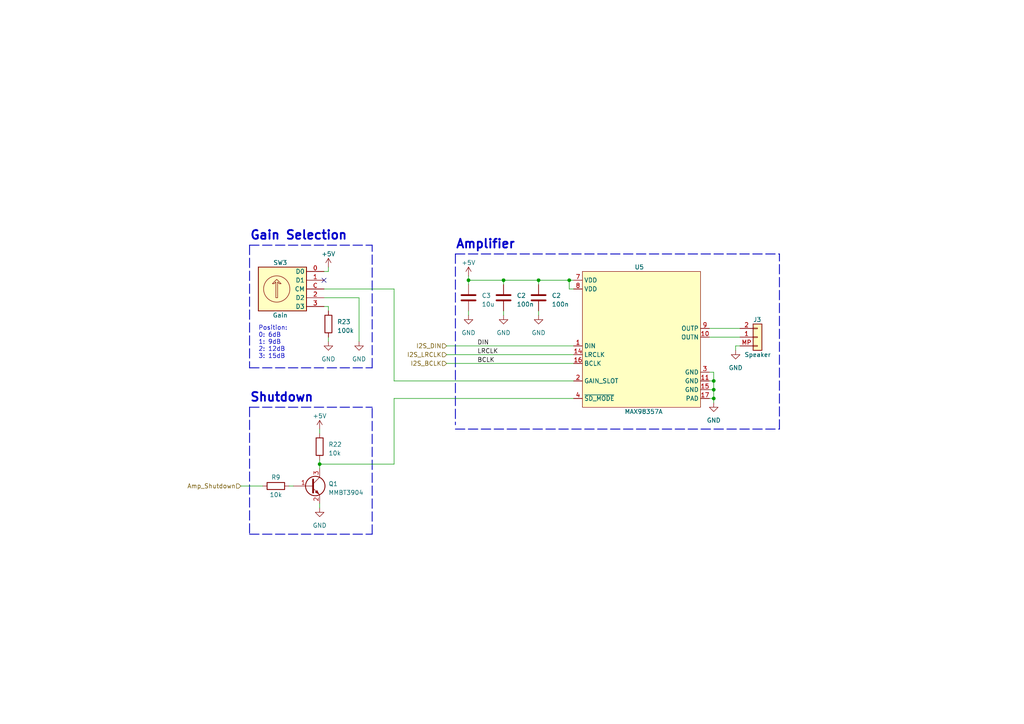
<source format=kicad_sch>
(kicad_sch (version 20230121) (generator eeschema)
  (paper "A4")
  (title_block (title "Controller") (date "2023-05-07") (rev "1") (company "High5Dynamics"))
  (lib_symbols
    (symbol "Connector_Generic:Conn_01x02" (pin_names (offset 1.016) hide)
      (property "Reference" "J3" (at -1.27 5.08 0))
      (property "Value" "Speaker" (at -3.81 -2.54 0))
      (symbol "Conn_01x02_1_1"
        (rectangle (start -1.27 -2.413) (end 0 -2.667) (stroke (width 0.1524)))
        (rectangle (start -1.27 0.127) (end 0 -0.127) (stroke (width 0.1524)))
        (rectangle (start -1.27 2.667) (end 0 2.413) (stroke (width 0.1524)))
        (rectangle (start -1.27 3.81) (end 1.27 -3.81) (stroke (width 0.254)) (fill (type background)))
        (pin passive line (at -5.08 0 0) (length 3.81) (name "Pin_1") (number "1"))
        (pin passive line (at -5.08 -2.54 0) (length 3.81) (name "Pin_2") (number "2"))
        (pin passive line (at -5.08 2.54 0) (length 3.81) (name "") (number "MP"))
      )
    )
    (symbol "Device:C" (pin_numbers hide) (pin_names (offset 0.254))
      (property "Reference" "C" (at 0.635 2.54 0))
      (property "Value" "C" (at 0.635 -2.54 0))
      (symbol "C_0_1"
        (polyline (pts (xy -2.032 -0.762) (xy 2.032 -0.762)) (stroke (width 0.508)))
        (polyline (pts (xy -2.032 0.762) (xy 2.032 0.762)) (stroke (width 0.508)))
      )
      (symbol "C_1_1"
        (pin passive line (at 0 3.81 270) (length 2.794) (name "~") (number "1"))
        (pin passive line (at 0 -3.81 90) (length 2.794) (name "~") (number "2"))
      )
    )
    (symbol "Device:Q_NPN_BEC" (pin_names (offset 0) hide)
      (property "Reference" "Q" (at 5.08 1.27 0))
      (property "Value" "Q_NPN_BEC" (at 5.08 -1.27 0))
      (symbol "Q_NPN_BEC_0_1"
        (polyline (pts (xy 0.635 0.635) (xy 2.54 2.54)))
        (polyline (pts (xy 0.635 -0.635) (xy 2.54 -2.54) (xy 2.54 -2.54)))
        (polyline (pts (xy 0.635 1.905) (xy 0.635 -1.905) (xy 0.635 -1.905)) (stroke (width 0.508)))
        (polyline (pts (xy 1.27 -1.778) (xy 1.778 -1.27) (xy 2.286 -2.286) (xy 1.27 -1.778) (xy 1.27 -1.778)) (fill (type outline)))
        (circle (center 1.27 0) (radius 2.8194) (stroke (width 0.254)))
      )
      (symbol "Q_NPN_BEC_1_1"
        (pin input line (at -5.08 0 0) (length 5.715) (name "B") (number "1"))
        (pin passive line (at 2.54 -5.08 90) (length 2.54) (name "E") (number "2"))
        (pin passive line (at 2.54 5.08 270) (length 2.54) (name "C") (number "3"))
      )
    )
    (symbol "Device:R" (pin_numbers hide) (pin_names (offset 0))
      (property "Reference" "R" (at 2.032 0 90))
      (property "Value" "R" (at 0 0 90))
      (symbol "R_0_1"
        (rectangle (start -1.016 -2.54) (end 1.016 2.54) (stroke (width 0.254)))
      )
      (symbol "R_1_1"
        (pin passive line (at 0 3.81 270) (length 1.27) (name "~") (number "1"))
        (pin passive line (at 0 -3.81 90) (length 1.27) (name "~") (number "2"))
      )
    )
    (symbol "MAX98357:MAX98357"
      (property "Reference" "U" (at 20.32 21.59 0))
      (symbol "MAX98357_1_1"
        (rectangle (start -11.43 20.32) (end 22.86 -19.05) (fill (type background)))
        (pin input line (at -13.97 -1.27 0) (length 2.54) (name "DIN") (number "1"))
        (pin power_out line (at 25.4 1.27 180) (length 2.54) (name "OUTN") (number "10"))
        (pin power_in line (at 25.4 -11.43 180) (length 2.54) (name "GND") (number "11"))
        (pin input line (at -13.97 -3.81 0) (length 2.54) (name "LRCLK") (number "14"))
        (pin power_in line (at 25.4 -13.97 180) (length 2.54) (name "GND") (number "15"))
        (pin input line (at -13.97 -6.35 0) (length 2.54) (name "BCLK") (number "16"))
        (pin power_in line (at 25.4 -16.51 180) (length 2.54) (name "PAD") (number "17"))
        (pin input line (at -13.97 -11.43 0) (length 2.54) (name "GAIN_SLOT") (number "2"))
        (pin power_in line (at 25.4 -8.89 180) (length 2.54) (name "GND") (number "3"))
        (pin power_in line (at -13.97 -16.51 0) (length 2.54) (name "~{SD_MODE}") (number "4"))
        (pin power_in line (at -13.97 17.78 0) (length 2.54) (name "VDD") (number "7"))
        (pin power_in line (at -13.97 15.24 0) (length 2.54) (name "VDD") (number "8"))
        (pin output line (at 25.4 3.81 180) (length 2.54) (name "OUTP") (number "9"))
      )
    )
    (symbol "Switch:SW_Coded"
      (property "Reference" "SW3" (at 0 7.62 0))
      (property "Value" "SW_Coded" (at 0 -7.62 0))
      (symbol "SW_Coded_0_1"
        (rectangle (start -6.35 6.35) (end 7.62 -6.35) (stroke (width 0.254)) (fill (type background)))
        (circle (center -1.016 0) (radius 3.81))
        (polyline (pts (xy -1.27 -2.54) (xy -1.27 2.032) (xy -1.778 1.524) (xy -2.286 1.524) (xy -1.016 2.794) (xy 0.254 1.524) (xy -0.254 1.524) (xy -0.762 2.032) (xy -0.762 -2.54) (xy -1.27 -2.54) (xy -1.27 -2.54)))
      )
      (symbol "SW_Coded_1_1"
        (pin passive line (at 12.7 5.08 180) (length 5.08) (name "D0") (number "0"))
        (pin passive line (at 12.7 2.54 180) (length 5.08) (name "D1") (number "1"))
        (pin passive line (at 12.7 -2.54 180) (length 5.08) (name "D2") (number "2"))
        (pin passive line (at 12.7 -5.08 180) (length 5.08) (name "D3") (number "3"))
        (pin passive line (at 12.7 0 180) (length 5.08) (name "CM") (number "C"))
      )
    )
    (symbol "power:+5V" (power) (pin_names (offset 0))
      (property "Value" "+5V" (at 0 3.556 0))
      (symbol "+5V_0_1"
        (polyline (pts (xy -0.762 1.27) (xy 0 2.54)))
        (polyline (pts (xy 0 0) (xy 0 2.54)))
        (polyline (pts (xy 0 2.54) (xy 0.762 1.27)))
      )
      (symbol "+5V_1_1"
        (pin power_in line (at 0 0 90) (length 0) hide (name "+5V") (number "1"))
      )
    )
    (symbol "power:GND" (power) (pin_names (offset 0))
      (property "Value" "GND" (at 0 -3.81 0))
      (symbol "GND_0_1"
        (polyline (pts (xy 0 0) (xy 0 -1.27) (xy 1.27 -1.27) (xy 0 -2.54) (xy -1.27 -1.27) (xy 0 -1.27)))
      )
      (symbol "GND_1_1"
        (pin power_in line (at 0 0 270) (length 0) hide (name "GND") (number "1"))
      )
    )
  )
  (junction (at 135.89 81.28))
  (junction (at 207.01 115.57))
  (junction (at 165.1 81.28))
  (junction (at 156.21 81.28))
  (junction (at 207.01 110.49))
  (junction (at 92.71 134.62))
  (junction (at 207.01 113.03))
  (junction (at 146.05 81.28))
  (no_connect (at 93.98 81.28))
  (wire (pts (xy 213.36 101.6) (xy 213.36 100.33)))
  (wire (pts (xy 83.82 140.97) (xy 85.09 140.97)))
  (wire (pts (xy 135.89 90.17) (xy 135.89 91.44)))
  (wire (pts (xy 207.01 115.57) (xy 207.01 113.03)))
  (polyline (pts (xy 72.39 154.94) (xy 107.95 154.94)) (stroke (width 0.25) (type dash)))
  (polyline (pts (xy 132.08 73.66) (xy 226.06 73.66)) (stroke (width 0.25) (type dash)))
  (polyline (pts (xy 107.95 154.94) (xy 107.95 118.11)) (stroke (width 0.25) (type dash)))
  (wire (pts (xy 205.74 115.57) (xy 207.01 115.57)))
  (wire (pts (xy 205.74 110.49) (xy 207.01 110.49)))
  (polyline (pts (xy 132.08 73.66) (xy 132.08 123.19)) (stroke (width 0.25) (type dash)))
  (wire (pts (xy 207.01 107.95) (xy 205.74 107.95)))
  (wire (pts (xy 135.89 82.55) (xy 135.89 81.28)))
  (wire (pts (xy 93.98 86.36) (xy 104.14 86.36)))
  (wire (pts (xy 166.37 83.82) (xy 165.1 83.82)))
  (wire (pts (xy 114.3 115.57) (xy 166.37 115.57)))
  (wire (pts (xy 146.05 81.28) (xy 146.05 82.55)))
  (wire (pts (xy 165.1 81.28) (xy 166.37 81.28)))
  (wire (pts (xy 146.05 90.17) (xy 146.05 91.44)))
  (polyline (pts (xy 72.39 118.11) (xy 72.39 154.94)) (stroke (width 0.25) (type dash)))
  (wire (pts (xy 92.71 133.35) (xy 92.71 134.62)))
  (wire (pts (xy 165.1 83.82) (xy 165.1 81.28)))
  (wire (pts (xy 207.01 116.84) (xy 207.01 115.57)))
  (wire (pts (xy 129.54 105.41) (xy 166.37 105.41)))
  (wire (pts (xy 114.3 115.57) (xy 114.3 134.62)))
  (wire (pts (xy 205.74 95.25) (xy 214.63 95.25)))
  (wire (pts (xy 129.54 100.33) (xy 166.37 100.33)))
  (wire (pts (xy 205.74 97.79) (xy 214.63 97.79)))
  (wire (pts (xy 92.71 134.62) (xy 114.3 134.62)))
  (wire (pts (xy 205.74 113.03) (xy 207.01 113.03)))
  (wire (pts (xy 207.01 113.03) (xy 207.01 110.49)))
  (wire (pts (xy 114.3 110.49) (xy 114.3 83.82)))
  (wire (pts (xy 146.05 81.28) (xy 156.21 81.28)))
  (polyline (pts (xy 72.39 71.12) (xy 72.39 106.68)) (stroke (width 0.25) (type dash)))
  (wire (pts (xy 95.25 99.06) (xy 95.25 97.79)))
  (wire (pts (xy 95.25 90.17) (xy 95.25 88.9)))
  (wire (pts (xy 213.36 100.33) (xy 214.63 100.33)))
  (wire (pts (xy 135.89 80.01) (xy 135.89 81.28)))
  (wire (pts (xy 93.98 83.82) (xy 114.3 83.82)))
  (wire (pts (xy 92.71 134.62) (xy 92.71 135.89)))
  (polyline (pts (xy 107.95 106.68) (xy 107.95 71.12)) (stroke (width 0.25) (type dash)))
  (wire (pts (xy 166.37 110.49) (xy 114.3 110.49)))
  (wire (pts (xy 92.71 124.46) (xy 92.71 125.73)))
  (wire (pts (xy 95.25 77.47) (xy 95.25 78.74)))
  (polyline (pts (xy 72.39 106.68) (xy 107.95 106.68)) (stroke (width 0.25) (type dash)))
  (wire (pts (xy 207.01 110.49) (xy 207.01 107.95)))
  (wire (pts (xy 92.71 146.05) (xy 92.71 147.32)))
  (wire (pts (xy 104.14 86.36) (xy 104.14 99.06)))
  (wire (pts (xy 95.25 88.9) (xy 93.98 88.9)))
  (wire (pts (xy 129.54 102.87) (xy 166.37 102.87)))
  (polyline (pts (xy 132.08 124.46) (xy 226.06 124.46)) (stroke (width 0.25) (type dash)))
  (polyline (pts (xy 72.39 71.12) (xy 107.95 71.12)) (stroke (width 0.25) (type dash)))
  (polyline (pts (xy 226.06 124.46) (xy 226.06 73.66)) (stroke (width 0.25) (type dash)))
  (polyline (pts (xy 72.39 118.11) (xy 107.95 118.11)) (stroke (width 0.25) (type dash)))
  (wire (pts (xy 69.85 140.97) (xy 76.2 140.97)))
  (wire (pts (xy 156.21 81.28) (xy 156.21 82.55)))
  (wire (pts (xy 156.21 90.17) (xy 156.21 91.44)))
  (wire (pts (xy 135.89 81.28) (xy 146.05 81.28)))
  (wire (pts (xy 156.21 81.28) (xy 165.1 81.28)))
  (wire (pts (xy 93.98 78.74) (xy 95.25 78.74)))
  (text "Amplifier" (at 132.08 72.39 0) (effects (font (size 2.54 2.54) bold) (justify left bottom)))
  (text "Shutdown" (at 72.39 116.84 0) (effects (font (size 2.54 2.54) bold) (justify left bottom)))
  (text "Gain Selection" (at 72.39 69.85 0) (effects (font (size 2.54 2.54) bold) (justify left bottom)))
  (text "Position:\n0: 6dB\n1: 9dB\n2: 12dB\n3: 15dB" (at 74.93 104.14 0) (effects (font (size 1.27 1.27)) (justify left bottom)))
  (label "BCLK" (at 138.43 105.41 0))
  (label "DIN" (at 138.43 100.33 0))
  (label "LRCLK" (at 138.43 102.87 0))
  (hierarchical_label "Amp_Shutdown" (shape input) (at 69.85 140.97 180))
  (hierarchical_label "I2S_BCLK" (shape input) (at 129.54 105.41 180))
  (hierarchical_label "I2S_DIN" (shape input) (at 129.54 100.33 180))
  (hierarchical_label "I2S_LRCLK" (shape input) (at 129.54 102.87 180))
  (symbol (lib_id "Device:R") (at 92.71 129.54 0) (unit 1)
    (property "Reference" "R22" (at 95.25 128.905 0) (effects (justify left)))
    (property "Value" "10k" (at 95.25 131.445 0) (effects (justify left)))
    (property "Footprint" "Resistor_SMD:R_0805_2012Metric" (effects hide))
    (property "DigiKey" "CR0805-FX-1002ELFCT-ND" (effects hide))
  )
  (symbol (lib_id "Device:C") (at 156.21 86.36 0) (unit 1)
    (property "Reference" "C2" (at 160.02 85.725 0) (effects (justify left)))
    (property "Value" "100n" (at 160.02 88.265 0) (effects (justify left)))
    (property "Footprint" "Capacitor_SMD:C_0805_2012Metric" (effects hide))
    (property "DigiKey" "1276-2449-1-ND" (effects hide))
    (instances (project "Controller" (path "" (reference "C2") (unit 1)) (path "" (reference "C1") (unit 1)) (path "" (reference "C9") (unit 1))))
  )
  (symbol (lib_id "power:+5V") (at 95.25 77.47 0) (unit 1)
    (property "Reference" "#PWR049" (effects hide))
    (property "Value" "+5V" (at 95.25 73.66 0))
  )
  (symbol (lib_id "power:GND") (at 92.71 147.32 0) (unit 1)
    (property "Reference" "#PWR019" (effects hide))
    (property "Value" "GND" (at 92.71 152.4 0))
    (instances (project "Controller" (path "" (reference "#PWR019") (unit 1)) (path "" (reference "#PWR048") (unit 1))))
  )
  (symbol (lib_id "power:+5V") (at 135.89 80.01 0) (unit 1)
    (property "Reference" "#PWR052" (effects hide))
    (property "Value" "+5V" (at 135.89 76.2 0))
  )
  (symbol (lib_id "power:GND") (at 207.01 116.84 0) (unit 1)
    (property "Reference" "#PWR019" (effects hide))
    (property "Value" "GND" (at 207.01 121.92 0))
    (instances (project "Controller" (path "" (reference "#PWR019") (unit 1)) (path "" (reference "#PWR056") (unit 1))))
  )
  (symbol (lib_id "Device:R") (at 95.25 93.98 0) (unit 1)
    (property "Reference" "R23" (at 97.79 93.345 0) (effects (justify left)))
    (property "Value" "100k" (at 97.79 95.885 0) (effects (justify left)))
    (property "Footprint" "Resistor_SMD:R_0805_2012Metric" (effects hide))
    (property "DigiKey" "CR0805-FX-1003ELFCT-ND" (effects hide))
  )
  (symbol (lib_id "power:GND") (at 156.21 91.44 0) (unit 1)
    (property "Reference" "#PWR019" (effects hide))
    (property "Value" "GND" (at 156.21 96.52 0))
    (instances (project "Controller" (path "" (reference "#PWR019") (unit 1)) (path "" (reference "#PWR055") (unit 1))))
  )
  (symbol (lib_id "power:GND") (at 146.05 91.44 0) (unit 1)
    (property "Reference" "#PWR019" (effects hide))
    (property "Value" "GND" (at 146.05 96.52 0))
    (instances (project "Controller" (path "" (reference "#PWR019") (unit 1)) (path "" (reference "#PWR054") (unit 1))))
  )
  (symbol (lib_id "Device:C") (at 135.89 86.36 0) (unit 1)
    (property "Reference" "C3" (at 139.7 85.725 0) (effects (justify left)))
    (property "Value" "10u" (at 139.7 88.265 0) (effects (justify left)))
    (property "Footprint" "Capacitor_SMD:C_0805_2012Metric" (effects hide))
    (property "DigiKey" "1276-1096-1-ND" (effects hide))
    (instances (project "Controller" (path "" (reference "C3") (unit 1)) (path "" (reference "C7") (unit 1))))
  )
  (symbol (lib_id "power:GND") (at 104.14 99.06 0) (unit 1)
    (property "Reference" "#PWR019" (effects hide))
    (property "Value" "GND" (at 104.14 104.14 0))
    (instances (project "Controller" (path "" (reference "#PWR019") (unit 1)) (path "" (reference "#PWR051") (unit 1))))
  )
  (symbol (lib_id "power:+5V") (at 92.71 124.46 0) (unit 1)
    (property "Reference" "#PWR080" (effects hide))
    (property "Value" "+5V" (at 92.71 120.65 0))
  )
  (symbol (lib_id "MAX98357:MAX98357") (at 180.34 99.06 0) (unit 1)
    (property "Reference" "U5" (at 185.42 77.47 0))
    (property "Value" "MAX98357A" (at 186.69 119.38 0))
    (property "Footprint" "Package_DFN_QFN:QFN-16-1EP_3x3mm_P0.5mm_EP1.45x1.45mm" (effects hide))
    (property "MPN" "MAX98357AETE+T" (effects hide))
    (property "DigiKey" "MAX98357AETE+TCT-ND" (effects hide))
  )
  (symbol (lib_id "power:GND") (at 135.89 91.44 0) (unit 1)
    (property "Reference" "#PWR019" (effects hide))
    (property "Value" "GND" (at 135.89 96.52 0))
    (instances (project "Controller" (path "" (reference "#PWR019") (unit 1)) (path "" (reference "#PWR053") (unit 1))))
  )
  (symbol (lib_id "power:GND") (at 95.25 99.06 0) (unit 1)
    (property "Reference" "#PWR019" (effects hide))
    (property "Value" "GND" (at 95.25 104.14 0))
    (instances (project "Controller" (path "" (reference "#PWR019") (unit 1)) (path "" (reference "#PWR050") (unit 1))))
  )
  (symbol (lib_id "Connector_Generic:Conn_01x02") (at 219.71 97.79 0) (mirror x) (unit 1)
    (property "Reference" "J3" (at 218.44 92.71 0) (effects (justify left)))
    (property "Value" "Speaker" (at 215.9 102.87 0) (effects (justify left)))
    (property "Footprint" "Connector_JST:JST_PH_B2B-PH-SM4-TB_1x02-1MP_P2.00mm_Vertical" (effects hide))
    (property "MPN" "B2B-PH-SM4-TBT(LF)(SN)" (effects hide))
    (property "DigiKey" "455-2872-1-ND" (effects hide))
  )
  (symbol (lib_id "Switch:SW_Coded") (at 81.28 83.82 0) (unit 1)
    (property "Reference" "SW3" (at 81.28 76.2 0))
    (property "Value" "Gain" (at 81.28 91.44 0))
    (property "Footprint" "Button_Switch_SMD:Nidec_Copal_SH-7010B" (effects hide))
    (property "DigiKey" "563-1217-1-ND" (effects hide))
  )
  (symbol (lib_id "Device:C") (at 146.05 86.36 0) (unit 1)
    (property "Reference" "C2" (at 149.86 85.725 0) (effects (justify left)))
    (property "Value" "100n" (at 149.86 88.265 0) (effects (justify left)))
    (property "Footprint" "Capacitor_SMD:C_0805_2012Metric" (effects hide))
    (property "DigiKey" "1276-2449-1-ND" (effects hide))
    (instances (project "Controller" (path "" (reference "C2") (unit 1)) (path "" (reference "C1") (unit 1)) (path "" (reference "C8") (unit 1))))
  )
  (symbol (lib_id "power:GND") (at 213.36 101.6 0) (unit 1)
    (property "Reference" "#PWR019" (effects hide))
    (property "Value" "GND" (at 213.36 106.68 0))
    (instances (project "Controller" (path "" (reference "#PWR019") (unit 1)) (path "" (reference "#PWR047") (unit 1))))
  )
  (symbol (lib_id "Device:Q_NPN_BEC") (at 90.17 140.97 0) (unit 1)
    (property "Reference" "Q1" (at 95.25 140.335 0) (effects (justify left)))
    (property "Value" "MMBT3904" (at 95.25 142.875 0) (effects (justify left)))
    (property "Footprint" "Package_TO_SOT_SMD:SOT-23" (effects hide))
    (property "DigiKey" "1727-4044-1-ND" (effects hide))
    (instances (project "Controller" (path "" (reference "Q1") (unit 1)) (path "" (reference "Q1") (unit 1)) (path "" (reference "Q3") (unit 1))))
  )
  (symbol (lib_id "Device:R") (at 80.01 140.97 90) (unit 1)
    (property "Reference" "R9" (at 80.01 138.43 90))
    (property "Value" "10k" (at 80.01 143.51 90))
    (property "Footprint" "Resistor_SMD:R_0805_2012Metric" (effects hide))
    (property "DigiKey" "CR0805-FX-1002ELFCT-ND" (effects hide))
    (instances (project "Controller" (path "" (reference "R9") (unit 1)) (path "" (reference "R9") (unit 1)) (path "" (reference "R21") (unit 1))))
  )
)
</source>
